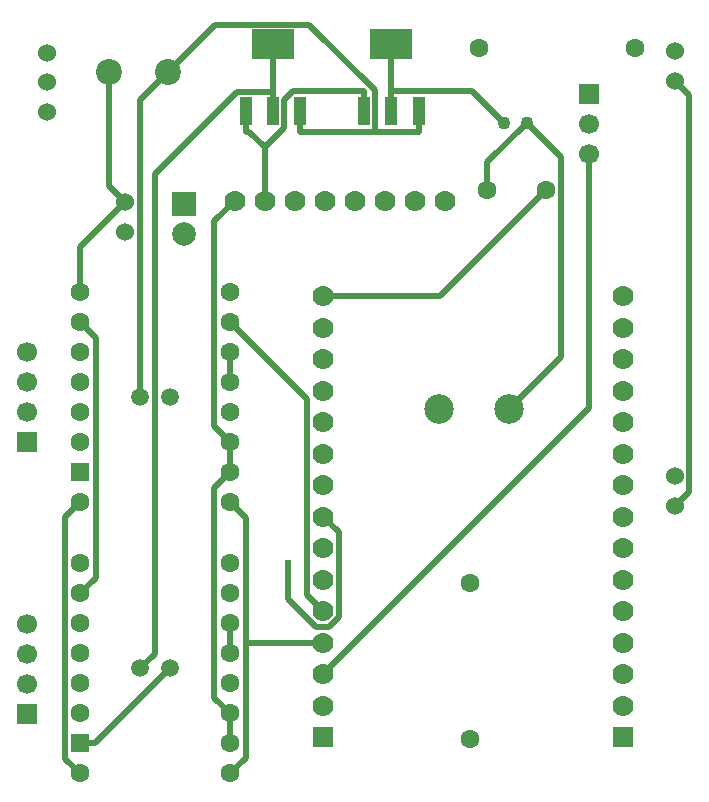
<source format=gtl>
G04 Layer: TopLayer*
G04 EasyEDA v6.5.50, 2025-06-12 12:21:42*
G04 5a30a698f2604c48907cf2a2958ab60a,01d3e6036b464142aa991e197958fd7d,10*
G04 Gerber Generator version 0.2*
G04 Scale: 100 percent, Rotated: No, Reflected: No *
G04 Dimensions in millimeters *
G04 leading zeros omitted , absolute positions ,4 integer and 5 decimal *
%FSLAX45Y45*%
%MOMM*%

%AMMACRO1*21,1,$1,$2,0,0,$3*%
%ADD10C,0.5000*%
%ADD11R,1.0500X2.4650*%
%ADD12MACRO1,3.54X2.465X0.0000*%
%ADD13C,2.5000*%
%ADD14C,1.5000*%
%ADD15C,1.1000*%
%ADD16C,1.6000*%
%ADD17R,1.7000X1.7000*%
%ADD18C,1.7000*%
%ADD19R,2.0000X2.0000*%
%ADD20C,2.0000*%
%ADD21R,1.6000X1.6000*%
%ADD22C,1.7780*%
%ADD23R,1.7780X1.7780*%
%ADD24C,1.5240*%
%ADD25C,2.2000*%
%ADD26C,0.6100*%
%ADD27C,0.0151*%

%LPD*%
D10*
X3134992Y1626999D02*
G01*
X3134992Y1880999D01*
X1864992Y2134999D02*
G01*
X1998596Y2268603D01*
X1998596Y4301390D01*
X1864992Y4434994D01*
X3134992Y3926994D02*
G01*
X3134992Y4180994D01*
X3922062Y1451129D02*
G01*
X6172197Y3701265D01*
X6172197Y5854702D01*
X3922062Y1717829D02*
G01*
X3268596Y1717829D01*
X3134992Y610999D02*
G01*
X3268596Y744603D01*
X3268596Y1717829D01*
X3268596Y1717829D02*
G01*
X3268596Y2777390D01*
X3134992Y2910994D01*
X3499990Y6380660D02*
G01*
X3195317Y6380660D01*
X2499992Y5685335D01*
X2499992Y1624992D01*
X2374999Y1499999D01*
X3499990Y6787339D02*
G01*
X3499990Y6380660D01*
X3499990Y6380660D02*
G01*
X3499990Y6215839D01*
X3134992Y864999D02*
G01*
X3134992Y1118999D01*
X3134992Y1118999D02*
G01*
X3001185Y1252806D01*
X3001185Y3031187D01*
X3134992Y3164994D01*
X3134992Y3164994D02*
G01*
X3134992Y3418994D01*
X3174997Y5461002D02*
G01*
X3001388Y5287393D01*
X3001388Y3552598D01*
X3134992Y3418994D01*
X4499988Y6391480D02*
G01*
X5179819Y6391480D01*
X5449897Y6121402D01*
X4499988Y6787339D02*
G01*
X4499988Y6391480D01*
X4499988Y6391480D02*
G01*
X4499988Y6215839D01*
X3134992Y4434994D02*
G01*
X3784648Y3785339D01*
X3784648Y2121943D01*
X3922062Y1984529D01*
X4729985Y6215839D02*
G01*
X4729985Y6042535D01*
X3729987Y6215839D02*
G01*
X3729987Y6063693D01*
X3729987Y6063693D02*
G01*
X3729987Y6052212D01*
X3729987Y6052212D02*
G01*
X3729987Y6042535D01*
X1864992Y610999D02*
G01*
X1739567Y736424D01*
X1739567Y2785569D01*
X1864992Y2910994D01*
X2374999Y3799994D02*
G01*
X2374999Y6316017D01*
X2612184Y6553202D01*
X2612184Y6553202D02*
G01*
X3009948Y6950966D01*
X3806289Y6950966D01*
X4362879Y6394376D01*
X4362879Y6042535D01*
X4729985Y6042535D02*
G01*
X4362879Y6042535D01*
X4362879Y6042535D02*
G01*
X3729987Y6042535D01*
X6899983Y6472989D02*
G01*
X7020227Y6352745D01*
X7020227Y2993240D01*
X6899983Y2872996D01*
X2112210Y6553202D02*
G01*
X2112210Y5583989D01*
X2247897Y5448302D01*
X2247897Y5448302D02*
G01*
X1864992Y5065397D01*
X1864992Y4688994D01*
X1995065Y864999D02*
G01*
X1995065Y870079D01*
X2624985Y1499999D01*
X1864992Y864999D02*
G01*
X1995065Y864999D01*
X5312610Y5549902D02*
G01*
X5312610Y5784115D01*
X5649897Y6121402D01*
X4269991Y6215839D02*
G01*
X4269991Y6389143D01*
X3269993Y6215839D02*
G01*
X3269993Y6042535D01*
X3269993Y6042535D02*
G01*
X3298492Y6042535D01*
X3428997Y5912030D01*
X3428997Y5461002D02*
G01*
X3428997Y5912030D01*
X3428997Y5912030D02*
G01*
X3592878Y6075911D01*
X3592878Y6313909D01*
X3668113Y6389143D01*
X4269991Y6389143D01*
X5499986Y3699995D02*
G01*
X5938466Y4138475D01*
X5938466Y5832833D01*
X5649897Y6121402D01*
X3922062Y4651529D02*
G01*
X4914237Y4651529D01*
X5812609Y5549902D01*
X3922062Y2784629D02*
G01*
X4054701Y2651991D01*
X4054701Y1932891D01*
X3972989Y1851179D01*
X3863362Y1851179D01*
X3627295Y2087247D01*
X3627295Y2388999D01*
D11*
G01*
X3269995Y6215837D03*
G01*
X3499993Y6215837D03*
G01*
X3729990Y6215837D03*
D12*
G01*
X3499993Y6787337D03*
D11*
G01*
X4269993Y6215837D03*
G01*
X4499990Y6215837D03*
G01*
X4729988Y6215837D03*
D12*
G01*
X4499990Y6787337D03*
D13*
G01*
X5499988Y3699992D03*
G01*
X4899990Y3699992D03*
D14*
G01*
X2624988Y3799992D03*
G01*
X2375001Y3799992D03*
G01*
X2624988Y1499996D03*
G01*
X2375001Y1499996D03*
D15*
G01*
X5649899Y6121400D03*
G01*
X5449900Y6121400D03*
D16*
G01*
X5312613Y5549900D03*
G01*
X5812612Y5549900D03*
D17*
G01*
X1414602Y3416300D03*
D18*
G01*
X1414602Y3670300D03*
G01*
X1414602Y3924300D03*
G01*
X1414602Y4178300D03*
D17*
G01*
X1414602Y1116304D03*
D18*
G01*
X1414602Y1370304D03*
G01*
X1414602Y1624304D03*
G01*
X1414602Y1878304D03*
D17*
G01*
X6172200Y6362700D03*
D18*
G01*
X6172200Y6108700D03*
G01*
X6172200Y5854700D03*
D19*
G01*
X2743200Y5435600D03*
D20*
G01*
X2743200Y5181600D03*
D16*
G01*
X5245506Y6756400D03*
G01*
X6565493Y6756400D03*
G01*
X5168900Y2222093D03*
G01*
X5168900Y902106D03*
G01*
X3134995Y4688992D03*
G01*
X3134995Y4434992D03*
G01*
X3134995Y4180992D03*
G01*
X3134995Y3926992D03*
G01*
X3134995Y3672992D03*
G01*
X3134995Y3418992D03*
G01*
X3134995Y3164992D03*
G01*
X3134995Y2910992D03*
G01*
X1864995Y4688992D03*
G01*
X1864995Y4434992D03*
G01*
X1864995Y4180992D03*
G01*
X1864995Y3926992D03*
G01*
X1864995Y3672992D03*
G01*
X1864995Y3418992D03*
D21*
G01*
X1864995Y3164992D03*
D16*
G01*
X1864995Y2910992D03*
G01*
X3134995Y2388996D03*
G01*
X3134995Y2134996D03*
G01*
X3134995Y1880996D03*
G01*
X3134995Y1626996D03*
G01*
X3134995Y1372996D03*
G01*
X3134995Y1118996D03*
G01*
X3134995Y864996D03*
G01*
X3134995Y610996D03*
G01*
X1864995Y2388996D03*
G01*
X1864995Y2134996D03*
G01*
X1864995Y1880996D03*
G01*
X1864995Y1626996D03*
G01*
X1864995Y1372996D03*
G01*
X1864995Y1118996D03*
D21*
G01*
X1864995Y864996D03*
D16*
G01*
X1864995Y610996D03*
D22*
G01*
X3922064Y4651527D03*
G01*
X3922064Y4384827D03*
G01*
X3922064Y4118127D03*
G01*
X3922064Y3851427D03*
G01*
X3922064Y3584727D03*
G01*
X3922064Y3318027D03*
G01*
X3922064Y3051327D03*
G01*
X3922064Y2784627D03*
G01*
X3922064Y2517927D03*
G01*
X3922064Y2251227D03*
G01*
X3922064Y1984527D03*
G01*
X3922064Y1717827D03*
G01*
X3922064Y1451127D03*
G01*
X3922064Y1184427D03*
D23*
G01*
X3922064Y917702D03*
G01*
X6462064Y917702D03*
D22*
G01*
X6462064Y1184402D03*
G01*
X6462064Y1451102D03*
G01*
X6462064Y1717802D03*
G01*
X6462064Y1984502D03*
G01*
X6462064Y2251202D03*
G01*
X6462064Y2517902D03*
G01*
X6462064Y2784602D03*
G01*
X6462064Y3051302D03*
G01*
X6462064Y3318002D03*
G01*
X6462064Y3584702D03*
G01*
X6462064Y3851402D03*
G01*
X6462064Y4118102D03*
G01*
X6462064Y4384802D03*
G01*
X6462064Y4651502D03*
G01*
X3937000Y5461000D03*
G01*
X4191000Y5461000D03*
G01*
X3683000Y5461000D03*
G01*
X3429000Y5461000D03*
G01*
X3175000Y5461000D03*
G01*
X4445000Y5461000D03*
G01*
X4699000Y5461000D03*
G01*
X4953000Y5461000D03*
D24*
G01*
X6899986Y6726986D03*
G01*
X6899986Y6472986D03*
G01*
X6899986Y3126994D03*
G01*
X6899986Y2872994D03*
G01*
X2247900Y5448300D03*
G01*
X2247900Y5194300D03*
G01*
X1587500Y6214287D03*
G01*
X1587500Y6464300D03*
G01*
X1587500Y6714286D03*
D25*
G01*
X2612186Y6553200D03*
G01*
X2112213Y6553200D03*
D26*
G01*
X3627295Y2388999D03*
M02*

</source>
